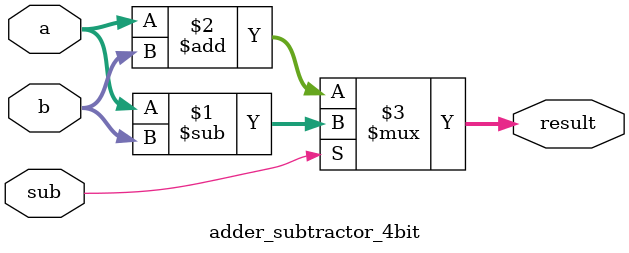
<source format=v>
module adder_subtractor_4bit(
    input [3:0] a, b,
    input sub,
    output [4:0] result
);
    assign result = sub ? (a - b) : (a + b);
endmodule

</source>
